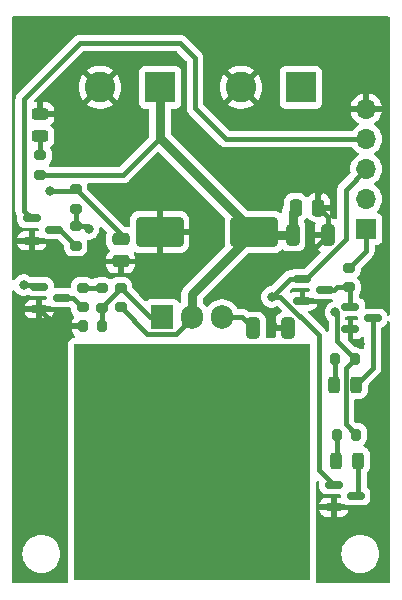
<source format=gbr>
%TF.GenerationSoftware,KiCad,Pcbnew,7.0.1*%
%TF.CreationDate,2023-06-22T21:15:45-04:00*%
%TF.ProjectId,lnbf-psu,6c6e6266-2d70-4737-952e-6b696361645f,1*%
%TF.SameCoordinates,Original*%
%TF.FileFunction,Copper,L1,Top*%
%TF.FilePolarity,Positive*%
%FSLAX46Y46*%
G04 Gerber Fmt 4.6, Leading zero omitted, Abs format (unit mm)*
G04 Created by KiCad (PCBNEW 7.0.1) date 2023-06-22 21:15:45*
%MOMM*%
%LPD*%
G01*
G04 APERTURE LIST*
G04 Aperture macros list*
%AMRoundRect*
0 Rectangle with rounded corners*
0 $1 Rounding radius*
0 $2 $3 $4 $5 $6 $7 $8 $9 X,Y pos of 4 corners*
0 Add a 4 corners polygon primitive as box body*
4,1,4,$2,$3,$4,$5,$6,$7,$8,$9,$2,$3,0*
0 Add four circle primitives for the rounded corners*
1,1,$1+$1,$2,$3*
1,1,$1+$1,$4,$5*
1,1,$1+$1,$6,$7*
1,1,$1+$1,$8,$9*
0 Add four rect primitives between the rounded corners*
20,1,$1+$1,$2,$3,$4,$5,0*
20,1,$1+$1,$4,$5,$6,$7,0*
20,1,$1+$1,$6,$7,$8,$9,0*
20,1,$1+$1,$8,$9,$2,$3,0*%
G04 Aperture macros list end*
%TA.AperFunction,SMDPad,CuDef*%
%ADD10RoundRect,0.243750X-0.456250X0.243750X-0.456250X-0.243750X0.456250X-0.243750X0.456250X0.243750X0*%
%TD*%
%TA.AperFunction,ComponentPad*%
%ADD11R,1.700000X1.700000*%
%TD*%
%TA.AperFunction,ComponentPad*%
%ADD12O,1.700000X1.700000*%
%TD*%
%TA.AperFunction,SMDPad,CuDef*%
%ADD13RoundRect,0.150000X-0.587500X-0.150000X0.587500X-0.150000X0.587500X0.150000X-0.587500X0.150000X0*%
%TD*%
%TA.AperFunction,SMDPad,CuDef*%
%ADD14RoundRect,0.200000X-0.275000X0.200000X-0.275000X-0.200000X0.275000X-0.200000X0.275000X0.200000X0*%
%TD*%
%TA.AperFunction,ComponentPad*%
%ADD15C,0.800000*%
%TD*%
%TA.AperFunction,SMDPad,CuDef*%
%ADD16R,20.000000X20.000000*%
%TD*%
%TA.AperFunction,SMDPad,CuDef*%
%ADD17RoundRect,0.200000X0.275000X-0.200000X0.275000X0.200000X-0.275000X0.200000X-0.275000X-0.200000X0*%
%TD*%
%TA.AperFunction,ComponentPad*%
%ADD18R,2.600000X2.600000*%
%TD*%
%TA.AperFunction,ComponentPad*%
%ADD19C,2.600000*%
%TD*%
%TA.AperFunction,SMDPad,CuDef*%
%ADD20RoundRect,0.250000X-0.325000X-0.650000X0.325000X-0.650000X0.325000X0.650000X-0.325000X0.650000X0*%
%TD*%
%TA.AperFunction,SMDPad,CuDef*%
%ADD21RoundRect,0.250000X1.750000X1.000000X-1.750000X1.000000X-1.750000X-1.000000X1.750000X-1.000000X0*%
%TD*%
%TA.AperFunction,SMDPad,CuDef*%
%ADD22RoundRect,0.200000X0.200000X0.275000X-0.200000X0.275000X-0.200000X-0.275000X0.200000X-0.275000X0*%
%TD*%
%TA.AperFunction,SMDPad,CuDef*%
%ADD23RoundRect,0.243750X0.243750X0.456250X-0.243750X0.456250X-0.243750X-0.456250X0.243750X-0.456250X0*%
%TD*%
%TA.AperFunction,SMDPad,CuDef*%
%ADD24RoundRect,0.250000X-0.475000X0.250000X-0.475000X-0.250000X0.475000X-0.250000X0.475000X0.250000X0*%
%TD*%
%TA.AperFunction,SMDPad,CuDef*%
%ADD25RoundRect,0.250000X-0.250000X-0.475000X0.250000X-0.475000X0.250000X0.475000X-0.250000X0.475000X0*%
%TD*%
%TA.AperFunction,ComponentPad*%
%ADD26R,1.905000X2.000000*%
%TD*%
%TA.AperFunction,ComponentPad*%
%ADD27O,1.905000X2.000000*%
%TD*%
%TA.AperFunction,ViaPad*%
%ADD28C,0.800000*%
%TD*%
%TA.AperFunction,Conductor*%
%ADD29C,0.400000*%
%TD*%
%TA.AperFunction,Conductor*%
%ADD30C,0.800000*%
%TD*%
G04 APERTURE END LIST*
D10*
%TO.P,D1,1,K*%
%TO.N,GND*%
X145400000Y-100262500D03*
%TO.P,D1,2,A*%
%TO.N,Net-(D1-A)*%
X145400000Y-102137500D03*
%TD*%
D11*
%TO.P,J3,1,Pin_1*%
%TO.N,+5V*%
X173000000Y-110000000D03*
D12*
%TO.P,J3,2,Pin_2*%
%TO.N,unconnected-(J3-Pin_2-Pad2)*%
X173000000Y-107460000D03*
%TO.P,J3,3,Pin_3*%
%TO.N,Net-(J3-Pin_3)*%
X173000000Y-104920000D03*
%TO.P,J3,4,Pin_4*%
%TO.N,Net-(J3-Pin_4)*%
X173000000Y-102380000D03*
%TO.P,J3,5,Pin_5*%
%TO.N,GND*%
X173000000Y-99840000D03*
%TD*%
D13*
%TO.P,Q5,1,G*%
%TO.N,Net-(J3-Pin_3)*%
X167600000Y-114200000D03*
%TO.P,Q5,2,S*%
%TO.N,GND*%
X167600000Y-116100000D03*
%TO.P,Q5,3,D*%
%TO.N,Net-(Q5-D)*%
X169475000Y-115150000D03*
%TD*%
D14*
%TO.P,R5,1*%
%TO.N,Net-(Q2-G)*%
X148400000Y-109750000D03*
%TO.P,R5,2*%
%TO.N,Net-(Q3-D)*%
X148400000Y-111400000D03*
%TD*%
D15*
%TO.P,HS1,1*%
%TO.N,unconnected-(HS1-Pad1)*%
X150250000Y-137750000D03*
X152250000Y-137750000D03*
X154250000Y-137750000D03*
X156250000Y-137750000D03*
X158250000Y-137750000D03*
X160250000Y-137750000D03*
X162250000Y-137750000D03*
X164250000Y-137750000D03*
X166250000Y-137750000D03*
X150250000Y-135750000D03*
X152250000Y-135750000D03*
X154250000Y-135750000D03*
X162250000Y-135750000D03*
X164250000Y-135750000D03*
X166250000Y-135750000D03*
X150250000Y-133750000D03*
X152250000Y-133750000D03*
X154250000Y-133750000D03*
X162250000Y-133750000D03*
X164250000Y-133750000D03*
X166250000Y-133750000D03*
X150250000Y-131750000D03*
X152250000Y-131750000D03*
X154250000Y-131750000D03*
X162250000Y-131750000D03*
X164250000Y-131750000D03*
X166250000Y-131750000D03*
X150250000Y-129750000D03*
X152250000Y-129750000D03*
X154250000Y-129750000D03*
X156250000Y-129750000D03*
X158250000Y-129750000D03*
D16*
X158250000Y-129750000D03*
D15*
X160250000Y-129750000D03*
X162250000Y-129750000D03*
X164250000Y-129750000D03*
X166250000Y-129750000D03*
X150250000Y-127750000D03*
X152250000Y-127750000D03*
X154250000Y-127750000D03*
X156250000Y-127750000D03*
X158250000Y-127750000D03*
X160250000Y-127750000D03*
X162250000Y-127750000D03*
X164250000Y-127750000D03*
X166250000Y-127750000D03*
X150250000Y-125750000D03*
X152250000Y-125750000D03*
X154250000Y-125750000D03*
X156250000Y-125750000D03*
X158250000Y-125750000D03*
X160250000Y-125750000D03*
X162250000Y-125750000D03*
X164250000Y-125750000D03*
X166250000Y-125750000D03*
%TD*%
D17*
%TO.P,R3,1*%
%TO.N,Net-(U1-ADJ)*%
X150600000Y-116650000D03*
%TO.P,R3,2*%
%TO.N,Net-(R2-Pad1)*%
X150600000Y-115000000D03*
%TD*%
D14*
%TO.P,R7,1*%
%TO.N,Net-(Q2-D)*%
X148400000Y-106650000D03*
%TO.P,R7,2*%
%TO.N,Net-(Q2-G)*%
X148400000Y-108300000D03*
%TD*%
D18*
%TO.P,J1,1,Pin_1*%
%TO.N,Net-(J1-Pin_1)*%
X167465000Y-98000000D03*
D19*
%TO.P,J1,2,Pin_2*%
%TO.N,GND*%
X162385000Y-98000000D03*
%TD*%
D13*
%TO.P,Q4,1,G*%
%TO.N,Net-(J3-Pin_3)*%
X170237500Y-131650000D03*
%TO.P,Q4,2,S*%
%TO.N,GND*%
X170237500Y-133550000D03*
%TO.P,Q4,3,D*%
%TO.N,Net-(D2-K)*%
X172112500Y-132600000D03*
%TD*%
D14*
%TO.P,R9,1*%
%TO.N,+5V*%
X171537500Y-113300000D03*
%TO.P,R9,2*%
%TO.N,Net-(Q5-D)*%
X171537500Y-114950000D03*
%TD*%
D20*
%TO.P,C4,1*%
%TO.N,Net-(J2-Pin_1)*%
X166775000Y-110500000D03*
%TO.P,C4,2*%
%TO.N,GND*%
X169725000Y-110500000D03*
%TD*%
D21*
%TO.P,C5,1*%
%TO.N,Net-(J2-Pin_1)*%
X163500000Y-110250000D03*
%TO.P,C5,2*%
%TO.N,GND*%
X155500000Y-110250000D03*
%TD*%
D14*
%TO.P,R2,1*%
%TO.N,Net-(R2-Pad1)*%
X149000000Y-114975000D03*
%TO.P,R2,2*%
%TO.N,Net-(Q1-D)*%
X149000000Y-116625000D03*
%TD*%
D22*
%TO.P,R11,1*%
%TO.N,+5V*%
X172025000Y-121000000D03*
%TO.P,R11,2*%
%TO.N,Net-(D3-A)*%
X170375000Y-121000000D03*
%TD*%
%TO.P,R8,1*%
%TO.N,+5V*%
X172137500Y-127400000D03*
%TO.P,R8,2*%
%TO.N,Net-(D2-A)*%
X170487500Y-127400000D03*
%TD*%
D13*
%TO.P,Q3,1,G*%
%TO.N,Net-(J3-Pin_4)*%
X144662500Y-109100000D03*
%TO.P,Q3,2,S*%
%TO.N,GND*%
X144662500Y-111000000D03*
%TO.P,Q3,3,D*%
%TO.N,Net-(Q3-D)*%
X146537500Y-110050000D03*
%TD*%
D23*
%TO.P,D3,1,K*%
%TO.N,Net-(D3-K)*%
X172137500Y-123200000D03*
%TO.P,D3,2,A*%
%TO.N,Net-(D3-A)*%
X170262500Y-123200000D03*
%TD*%
D18*
%TO.P,J2,1,Pin_1*%
%TO.N,Net-(J2-Pin_1)*%
X155545000Y-98000000D03*
D19*
%TO.P,J2,2,Pin_2*%
%TO.N,GND*%
X150465000Y-98000000D03*
%TD*%
D23*
%TO.P,D2,1,K*%
%TO.N,Net-(D2-K)*%
X172337500Y-129600000D03*
%TO.P,D2,2,A*%
%TO.N,Net-(D2-A)*%
X170462500Y-129600000D03*
%TD*%
D20*
%TO.P,C2,1*%
%TO.N,Net-(Q2-D)*%
X163450000Y-118400000D03*
%TO.P,C2,2*%
%TO.N,GND*%
X166400000Y-118400000D03*
%TD*%
D13*
%TO.P,Q6,1,G*%
%TO.N,Net-(Q5-D)*%
X171662500Y-116600000D03*
%TO.P,Q6,2,S*%
%TO.N,GND*%
X171662500Y-118500000D03*
%TO.P,Q6,3,D*%
%TO.N,Net-(D3-K)*%
X173537500Y-117550000D03*
%TD*%
D22*
%TO.P,R1,1*%
%TO.N,Net-(U1-ADJ)*%
X150625000Y-118225000D03*
%TO.P,R1,2*%
%TO.N,GND*%
X148975000Y-118225000D03*
%TD*%
D13*
%TO.P,Q1,1,G*%
%TO.N,Net-(J3-Pin_3)*%
X145325000Y-114875000D03*
%TO.P,Q1,2,S*%
%TO.N,GND*%
X145325000Y-116775000D03*
%TO.P,Q1,3,D*%
%TO.N,Net-(Q1-D)*%
X147200000Y-115825000D03*
%TD*%
D17*
%TO.P,R6,1*%
%TO.N,Net-(J2-Pin_1)*%
X145400000Y-105425000D03*
%TO.P,R6,2*%
%TO.N,Net-(D1-A)*%
X145400000Y-103775000D03*
%TD*%
D24*
%TO.P,C1,1*%
%TO.N,Net-(Q2-D)*%
X152200000Y-110850000D03*
%TO.P,C1,2*%
%TO.N,GND*%
X152200000Y-112750000D03*
%TD*%
D17*
%TO.P,R4,1*%
%TO.N,Net-(J2-Pin_1)*%
X152200000Y-116625000D03*
%TO.P,R4,2*%
%TO.N,Net-(U1-ADJ)*%
X152200000Y-114975000D03*
%TD*%
D25*
%TO.P,C3,1*%
%TO.N,Net-(J2-Pin_1)*%
X167050000Y-108200000D03*
%TO.P,C3,2*%
%TO.N,GND*%
X168950000Y-108200000D03*
%TD*%
D26*
%TO.P,U1,1,ADJ*%
%TO.N,Net-(U1-ADJ)*%
X155710000Y-117450000D03*
D27*
%TO.P,U1,2,VO*%
%TO.N,Net-(J2-Pin_1)*%
X158250000Y-117450000D03*
%TO.P,U1,3,VI*%
%TO.N,Net-(Q2-D)*%
X160790000Y-117450000D03*
%TD*%
D28*
%TO.N,Net-(Q2-D)*%
X146250000Y-106750000D03*
%TO.N,GND*%
X145000000Y-95000000D03*
X145000000Y-124000000D03*
X147000000Y-130000000D03*
X171000000Y-99000000D03*
X174200000Y-122800000D03*
X165100000Y-118200000D03*
X145000000Y-130000000D03*
X169000000Y-117000000D03*
X173000000Y-97000000D03*
X171000000Y-95000000D03*
X162000000Y-106000000D03*
X171000000Y-97000000D03*
X145000000Y-93000000D03*
X172500000Y-119750000D03*
X165600000Y-113200000D03*
X173000000Y-93000000D03*
X151000000Y-102000000D03*
X166000000Y-106000000D03*
X151000000Y-104000000D03*
X166000000Y-104000000D03*
X170000000Y-104000000D03*
X147000000Y-128000000D03*
X147000000Y-126000000D03*
X153000000Y-102000000D03*
X145000000Y-128000000D03*
X168000000Y-104000000D03*
X145000000Y-126000000D03*
X173000000Y-95000000D03*
X170000000Y-106000000D03*
X168000000Y-106000000D03*
X164000000Y-108000000D03*
X149000000Y-102000000D03*
X149000000Y-104000000D03*
X164000000Y-106000000D03*
X147000000Y-124000000D03*
X164000000Y-104000000D03*
%TO.N,+5V*%
X170387655Y-117048846D03*
%TO.N,Net-(J3-Pin_3)*%
X165000000Y-115750000D03*
X144000000Y-114750000D03*
%TO.N,Net-(Q2-G)*%
X149500000Y-110000000D03*
%TD*%
D29*
%TO.N,Net-(Q2-D)*%
X162500000Y-117450000D02*
X163450000Y-118400000D01*
X160790000Y-117450000D02*
X162500000Y-117450000D01*
X148300000Y-106750000D02*
X148400000Y-106650000D01*
X146250000Y-106750000D02*
X148300000Y-106750000D01*
X152200000Y-110450000D02*
X148400000Y-106650000D01*
X152200000Y-110850000D02*
X152200000Y-110450000D01*
%TO.N,GND*%
X145400000Y-100262500D02*
X148202500Y-100262500D01*
X168950000Y-107050000D02*
X170000000Y-106000000D01*
X169725000Y-110500000D02*
X169725000Y-109025000D01*
X167800000Y-112400000D02*
X166400000Y-112400000D01*
X168950000Y-108250000D02*
X168950000Y-107050000D01*
X166400000Y-118400000D02*
X165300000Y-118400000D01*
X169725000Y-110500000D02*
X167825000Y-112400000D01*
X146775000Y-118225000D02*
X145325000Y-116775000D01*
X169725000Y-109025000D02*
X168950000Y-108250000D01*
X148202500Y-100262500D02*
X150465000Y-98000000D01*
X165300000Y-118400000D02*
X165100000Y-118200000D01*
X167825000Y-112400000D02*
X167800000Y-112400000D01*
X148975000Y-118225000D02*
X146775000Y-118225000D01*
X166400000Y-112400000D02*
X165600000Y-113200000D01*
D30*
%TO.N,Net-(J2-Pin_1)*%
X158250000Y-115500000D02*
X163500000Y-110250000D01*
D29*
X152200000Y-116625000D02*
X154425000Y-118850000D01*
D30*
X163750000Y-110500000D02*
X163500000Y-110250000D01*
X166775000Y-110500000D02*
X163750000Y-110500000D01*
X155545000Y-98000000D02*
X155545000Y-102295000D01*
X158250000Y-117450000D02*
X158250000Y-115500000D01*
D29*
X154425000Y-118850000D02*
X156850000Y-118850000D01*
X152415000Y-105425000D02*
X155545000Y-102295000D01*
X156850000Y-118850000D02*
X158250000Y-117450000D01*
D30*
X166775000Y-110500000D02*
X166775000Y-108525000D01*
X166775000Y-108525000D02*
X167050000Y-108250000D01*
D29*
X145400000Y-105425000D02*
X152415000Y-105425000D01*
D30*
X155545000Y-102295000D02*
X163500000Y-110250000D01*
D29*
%TO.N,Net-(D1-A)*%
X145400000Y-103775000D02*
X145400000Y-102137500D01*
%TO.N,Net-(D2-K)*%
X172337500Y-132375000D02*
X172112500Y-132600000D01*
X172337500Y-129600000D02*
X172337500Y-132375000D01*
%TO.N,Net-(D2-A)*%
X170487500Y-127400000D02*
X170487500Y-129575000D01*
X170487500Y-129575000D02*
X170462500Y-129600000D01*
%TO.N,Net-(D3-K)*%
X173537500Y-121800000D02*
X173537500Y-117550000D01*
X172137500Y-123200000D02*
X173537500Y-121800000D01*
%TO.N,Net-(D3-A)*%
X170375000Y-123087500D02*
X170262500Y-123200000D01*
X170375000Y-121000000D02*
X170375000Y-123087500D01*
%TO.N,+5V*%
X173000000Y-110000000D02*
X173000000Y-111837500D01*
X172137500Y-127400000D02*
X171250000Y-126512500D01*
X170525000Y-117186191D02*
X170387655Y-117048846D01*
X170525000Y-119500000D02*
X170525000Y-117186191D01*
X171250000Y-121775000D02*
X172025000Y-121000000D01*
X173000000Y-111837500D02*
X171537500Y-113300000D01*
X172025000Y-121000000D02*
X170525000Y-119500000D01*
X171250000Y-126512500D02*
X171250000Y-121775000D01*
%TO.N,Net-(J3-Pin_3)*%
X167919239Y-114200000D02*
X171250000Y-110869239D01*
X171250000Y-106670000D02*
X173000000Y-104920000D01*
X169000000Y-119015317D02*
X165734683Y-115750000D01*
X167600000Y-114200000D02*
X167919239Y-114200000D01*
X166550000Y-114200000D02*
X165000000Y-115750000D01*
X144000000Y-114750000D02*
X145200000Y-114750000D01*
X167600000Y-114200000D02*
X166550000Y-114200000D01*
X171250000Y-110869239D02*
X171250000Y-106670000D01*
X145200000Y-114750000D02*
X145325000Y-114875000D01*
X169000000Y-130412500D02*
X169000000Y-119015317D01*
X170237500Y-131650000D02*
X169000000Y-130412500D01*
X165734683Y-115750000D02*
X165000000Y-115750000D01*
%TO.N,Net-(J3-Pin_4)*%
X144000000Y-108437500D02*
X144662500Y-109100000D01*
X161130000Y-102380000D02*
X158500000Y-99750000D01*
X144000000Y-99000000D02*
X144000000Y-108437500D01*
X158500000Y-95500000D02*
X157250000Y-94250000D01*
X158500000Y-99750000D02*
X158500000Y-95500000D01*
X173000000Y-102380000D02*
X161130000Y-102380000D01*
X157250000Y-94250000D02*
X148750000Y-94250000D01*
X148750000Y-94250000D02*
X144000000Y-99000000D01*
%TO.N,Net-(Q1-D)*%
X147200000Y-115825000D02*
X148175000Y-115825000D01*
X148175000Y-115825000D02*
X149000000Y-116650000D01*
%TO.N,Net-(Q2-G)*%
X148400000Y-109750000D02*
X148400000Y-108300000D01*
X148400000Y-109750000D02*
X149250000Y-109750000D01*
X149250000Y-109750000D02*
X149500000Y-110000000D01*
%TO.N,Net-(Q3-D)*%
X147050000Y-110050000D02*
X146537500Y-110050000D01*
X148400000Y-111400000D02*
X147050000Y-110050000D01*
%TO.N,Net-(Q5-D)*%
X171537500Y-114950000D02*
X170500000Y-114950000D01*
X170300000Y-115150000D02*
X170500000Y-114950000D01*
X171662500Y-115075000D02*
X171537500Y-114950000D01*
X171662500Y-116600000D02*
X171662500Y-115075000D01*
X169475000Y-115150000D02*
X170300000Y-115150000D01*
%TO.N,Net-(U1-ADJ)*%
X150600000Y-116575000D02*
X152200000Y-114975000D01*
X150600000Y-116650000D02*
X150600000Y-116575000D01*
X154675000Y-117450000D02*
X152200000Y-114975000D01*
X155710000Y-117450000D02*
X154675000Y-117450000D01*
X150600000Y-116650000D02*
X150600000Y-118200000D01*
X150600000Y-118200000D02*
X150625000Y-118225000D01*
%TO.N,Net-(R2-Pad1)*%
X150600000Y-115000000D02*
X149000000Y-115000000D01*
%TD*%
%TA.AperFunction,Conductor*%
%TO.N,GND*%
G36*
X174947331Y-117791760D02*
G01*
X174985689Y-117835963D01*
X174999500Y-117892836D01*
X174999500Y-139875500D01*
X174982887Y-139937500D01*
X174937500Y-139982887D01*
X174875500Y-139999500D01*
X168866869Y-139999500D01*
X168801076Y-139980606D01*
X168755333Y-139929681D01*
X168743579Y-139862245D01*
X168744091Y-139857483D01*
X168750500Y-139797873D01*
X168750500Y-137499999D01*
X170894551Y-137499999D01*
X170914317Y-137751149D01*
X170973126Y-137996110D01*
X171021330Y-138112484D01*
X171069534Y-138228859D01*
X171201164Y-138443659D01*
X171364776Y-138635224D01*
X171556341Y-138798836D01*
X171771141Y-138930466D01*
X172003889Y-139026873D01*
X172248852Y-139085683D01*
X172437118Y-139100500D01*
X172562879Y-139100500D01*
X172562882Y-139100500D01*
X172751148Y-139085683D01*
X172996111Y-139026873D01*
X173228859Y-138930466D01*
X173443659Y-138798836D01*
X173635224Y-138635224D01*
X173798836Y-138443659D01*
X173930466Y-138228859D01*
X174026873Y-137996111D01*
X174085683Y-137751148D01*
X174105449Y-137500000D01*
X174085683Y-137248852D01*
X174026873Y-137003889D01*
X173930466Y-136771141D01*
X173798836Y-136556341D01*
X173635224Y-136364776D01*
X173443659Y-136201164D01*
X173228859Y-136069534D01*
X173112484Y-136021330D01*
X172996110Y-135973126D01*
X172751149Y-135914317D01*
X172704081Y-135910612D01*
X172562882Y-135899500D01*
X172437118Y-135899500D01*
X172324158Y-135908390D01*
X172248850Y-135914317D01*
X172003889Y-135973126D01*
X171771139Y-136069535D01*
X171556342Y-136201163D01*
X171364776Y-136364776D01*
X171201163Y-136556342D01*
X171069535Y-136771139D01*
X170973126Y-137003889D01*
X170914317Y-137248850D01*
X170894551Y-137499999D01*
X168750500Y-137499999D01*
X168750499Y-133800000D01*
X169002704Y-133800000D01*
X169002900Y-133802488D01*
X169048719Y-133960200D01*
X169132317Y-134101557D01*
X169248442Y-134217682D01*
X169389802Y-134301282D01*
X169547506Y-134347099D01*
X169584361Y-134350000D01*
X169987500Y-134350000D01*
X169987500Y-133800000D01*
X170487500Y-133800000D01*
X170487500Y-134350000D01*
X170890639Y-134350000D01*
X170927493Y-134347099D01*
X171085197Y-134301282D01*
X171226557Y-134217682D01*
X171342682Y-134101557D01*
X171426280Y-133960200D01*
X171472099Y-133802488D01*
X171472295Y-133800000D01*
X170487500Y-133800000D01*
X169987500Y-133800000D01*
X169002704Y-133800000D01*
X168750499Y-133800000D01*
X168750499Y-133299999D01*
X169002704Y-133299999D01*
X169002705Y-133300000D01*
X169987500Y-133300000D01*
X169987500Y-132750000D01*
X169584361Y-132750000D01*
X169547506Y-132752900D01*
X169389802Y-132798717D01*
X169248442Y-132882317D01*
X169132317Y-132998442D01*
X169048719Y-133139799D01*
X169002900Y-133297511D01*
X169002704Y-133299999D01*
X168750499Y-133299999D01*
X168750499Y-131453017D01*
X168764014Y-131396723D01*
X168801614Y-131352700D01*
X168855101Y-131330545D01*
X168912817Y-131335087D01*
X168962180Y-131365337D01*
X168963181Y-131366338D01*
X168990061Y-131406566D01*
X168999500Y-131454019D01*
X168999500Y-131865692D01*
X169002402Y-131902572D01*
X169048255Y-132060397D01*
X169048256Y-132060398D01*
X169131919Y-132201865D01*
X169248135Y-132318081D01*
X169360116Y-132384306D01*
X169389602Y-132401744D01*
X169547427Y-132447597D01*
X169547431Y-132447598D01*
X169584306Y-132450500D01*
X170750500Y-132450500D01*
X170812500Y-132467113D01*
X170857887Y-132512500D01*
X170874500Y-132574500D01*
X170874500Y-132626000D01*
X170857887Y-132688000D01*
X170812500Y-132733387D01*
X170750500Y-132750000D01*
X170487500Y-132750000D01*
X170487500Y-133300000D01*
X171143185Y-133300000D01*
X171206306Y-133317268D01*
X171264602Y-133351744D01*
X171422427Y-133397597D01*
X171422431Y-133397598D01*
X171459306Y-133400500D01*
X172765692Y-133400500D01*
X172765694Y-133400500D01*
X172802569Y-133397598D01*
X172960398Y-133351744D01*
X173101865Y-133268081D01*
X173218081Y-133151865D01*
X173301744Y-133010398D01*
X173347598Y-132852569D01*
X173350500Y-132815694D01*
X173350500Y-132384306D01*
X173347598Y-132347431D01*
X173301744Y-132189602D01*
X173218081Y-132048135D01*
X173101865Y-131931919D01*
X173101865Y-131931918D01*
X173101863Y-131931917D01*
X173098878Y-131930152D01*
X173054289Y-131884857D01*
X173038000Y-131823421D01*
X173038000Y-130703391D01*
X173047439Y-130655938D01*
X173074316Y-130615712D01*
X173169026Y-130521003D01*
X173260362Y-130372925D01*
X173315087Y-130207775D01*
X173325500Y-130105848D01*
X173325500Y-129094152D01*
X173315087Y-128992225D01*
X173260362Y-128827075D01*
X173169026Y-128678997D01*
X173169025Y-128678996D01*
X173169024Y-128678994D01*
X173046005Y-128555975D01*
X172971963Y-128510305D01*
X172897925Y-128464638D01*
X172897924Y-128464637D01*
X172897923Y-128464637D01*
X172818802Y-128438419D01*
X172766383Y-128404486D01*
X172737148Y-128349309D01*
X172738511Y-128286880D01*
X172770125Y-128233031D01*
X172772682Y-128230473D01*
X172772685Y-128230472D01*
X172892972Y-128110185D01*
X172980978Y-127964606D01*
X173031586Y-127802196D01*
X173038000Y-127731616D01*
X173038000Y-127068384D01*
X173031586Y-126997804D01*
X172980978Y-126835394D01*
X172892972Y-126689815D01*
X172892971Y-126689813D01*
X172772686Y-126569528D01*
X172664264Y-126503985D01*
X172627106Y-126481522D01*
X172464696Y-126430914D01*
X172464693Y-126430913D01*
X172394117Y-126424500D01*
X172394116Y-126424500D01*
X172204019Y-126424500D01*
X172156566Y-126415061D01*
X172116338Y-126388181D01*
X171986819Y-126258662D01*
X171959939Y-126218434D01*
X171950500Y-126170981D01*
X171950500Y-124524500D01*
X171967113Y-124462500D01*
X172012500Y-124417113D01*
X172074500Y-124400500D01*
X172430848Y-124400500D01*
X172532775Y-124390087D01*
X172551135Y-124384003D01*
X172697925Y-124335362D01*
X172846003Y-124244026D01*
X172969026Y-124121003D01*
X173060362Y-123972925D01*
X173115087Y-123807775D01*
X173125500Y-123705848D01*
X173125500Y-123254019D01*
X173134939Y-123206566D01*
X173161819Y-123166338D01*
X173195098Y-123133058D01*
X174015231Y-122312924D01*
X174020650Y-122307823D01*
X174065683Y-122267929D01*
X174099855Y-122218420D01*
X174104275Y-122212413D01*
X174141378Y-122165057D01*
X174145535Y-122155819D01*
X174156560Y-122136270D01*
X174162318Y-122127930D01*
X174183652Y-122071673D01*
X174186496Y-122064808D01*
X174211195Y-122009932D01*
X174213022Y-121999958D01*
X174219052Y-121978331D01*
X174222559Y-121969086D01*
X174222640Y-121968872D01*
X174229887Y-121909181D01*
X174231014Y-121901778D01*
X174241858Y-121842606D01*
X174238226Y-121782566D01*
X174238000Y-121775079D01*
X174238000Y-118437669D01*
X174249255Y-118386050D01*
X174280976Y-118343802D01*
X174327405Y-118318593D01*
X174364259Y-118307885D01*
X174385398Y-118301744D01*
X174526865Y-118218081D01*
X174643081Y-118101865D01*
X174726744Y-117960398D01*
X174756424Y-117858241D01*
X174785554Y-117807480D01*
X174834721Y-117775733D01*
X174892972Y-117770073D01*
X174947331Y-117791760D01*
G37*
%TD.AperFunction*%
%TA.AperFunction,Conductor*%
G36*
X143186500Y-115175203D02*
G01*
X143231887Y-115220590D01*
X143267466Y-115282216D01*
X143394129Y-115422889D01*
X143547269Y-115534151D01*
X143720197Y-115611144D01*
X143905352Y-115650500D01*
X143905354Y-115650500D01*
X144094646Y-115650500D01*
X144094648Y-115650500D01*
X144218083Y-115624262D01*
X144279803Y-115611144D01*
X144318843Y-115593761D01*
X144376416Y-115583246D01*
X144432401Y-115600308D01*
X144477102Y-115626744D01*
X144634927Y-115672597D01*
X144634931Y-115672598D01*
X144671806Y-115675500D01*
X145838000Y-115675500D01*
X145900000Y-115692113D01*
X145945387Y-115737500D01*
X145962000Y-115799500D01*
X145962000Y-115851000D01*
X145945387Y-115913000D01*
X145900000Y-115958387D01*
X145838000Y-115975000D01*
X145575000Y-115975000D01*
X145575000Y-116525000D01*
X146230685Y-116525000D01*
X146293806Y-116542268D01*
X146352102Y-116576744D01*
X146509927Y-116622597D01*
X146509931Y-116622598D01*
X146546806Y-116625500D01*
X147853194Y-116625500D01*
X147890773Y-116622543D01*
X147956796Y-116635677D01*
X148006228Y-116681372D01*
X148024500Y-116746161D01*
X148024500Y-116881617D01*
X148030913Y-116952193D01*
X148030914Y-116952196D01*
X148081522Y-117114606D01*
X148081523Y-117114607D01*
X148169528Y-117260186D01*
X148234514Y-117325172D01*
X148266607Y-117380758D01*
X148266609Y-117444943D01*
X148234518Y-117500531D01*
X148219925Y-117515124D01*
X148131980Y-117660603D01*
X148081409Y-117822893D01*
X148075000Y-117893424D01*
X148075000Y-117975000D01*
X149101000Y-117975000D01*
X149163000Y-117991613D01*
X149208387Y-118037000D01*
X149225000Y-118099000D01*
X149225000Y-118351000D01*
X149208387Y-118413000D01*
X149163000Y-118458387D01*
X149101000Y-118475000D01*
X148075001Y-118475000D01*
X148075001Y-118556579D01*
X148081408Y-118627104D01*
X148131981Y-118789397D01*
X148219925Y-118934875D01*
X148322869Y-119037819D01*
X148353119Y-119087181D01*
X148357662Y-119144897D01*
X148335507Y-119198384D01*
X148291485Y-119235984D01*
X148235191Y-119249500D01*
X148202131Y-119249500D01*
X148142515Y-119255909D01*
X148007669Y-119306204D01*
X147892454Y-119392454D01*
X147806204Y-119507668D01*
X147769729Y-119605462D01*
X147755909Y-119642517D01*
X147753076Y-119668872D01*
X147749500Y-119702130D01*
X147749500Y-139797870D01*
X147756421Y-139862247D01*
X147744667Y-139929683D01*
X147698924Y-139980606D01*
X147633131Y-139999500D01*
X143124500Y-139999500D01*
X143062500Y-139982887D01*
X143017113Y-139937500D01*
X143000500Y-139875500D01*
X143000500Y-137499999D01*
X143894551Y-137499999D01*
X143914317Y-137751149D01*
X143973126Y-137996110D01*
X144021330Y-138112484D01*
X144069534Y-138228859D01*
X144201164Y-138443659D01*
X144364776Y-138635224D01*
X144556341Y-138798836D01*
X144771141Y-138930466D01*
X145003889Y-139026873D01*
X145248852Y-139085683D01*
X145437118Y-139100500D01*
X145562879Y-139100500D01*
X145562882Y-139100500D01*
X145751148Y-139085683D01*
X145996111Y-139026873D01*
X146228859Y-138930466D01*
X146443659Y-138798836D01*
X146635224Y-138635224D01*
X146798836Y-138443659D01*
X146930466Y-138228859D01*
X147026873Y-137996111D01*
X147085683Y-137751148D01*
X147105449Y-137500000D01*
X147085683Y-137248852D01*
X147026873Y-137003889D01*
X146930466Y-136771141D01*
X146798836Y-136556341D01*
X146635224Y-136364776D01*
X146443659Y-136201164D01*
X146228859Y-136069534D01*
X146112484Y-136021330D01*
X145996110Y-135973126D01*
X145751149Y-135914317D01*
X145704081Y-135910612D01*
X145562882Y-135899500D01*
X145437118Y-135899500D01*
X145324158Y-135908390D01*
X145248850Y-135914317D01*
X145003889Y-135973126D01*
X144771139Y-136069535D01*
X144556342Y-136201163D01*
X144364776Y-136364776D01*
X144201163Y-136556342D01*
X144069535Y-136771139D01*
X143973126Y-137003889D01*
X143914317Y-137248850D01*
X143894551Y-137499999D01*
X143000500Y-137499999D01*
X143000500Y-117025000D01*
X144090204Y-117025000D01*
X144090400Y-117027488D01*
X144136219Y-117185200D01*
X144219817Y-117326557D01*
X144335942Y-117442682D01*
X144477302Y-117526282D01*
X144635006Y-117572099D01*
X144671861Y-117575000D01*
X145075000Y-117575000D01*
X145075000Y-117025000D01*
X145575000Y-117025000D01*
X145575000Y-117575000D01*
X145978139Y-117575000D01*
X146014993Y-117572099D01*
X146172697Y-117526282D01*
X146314057Y-117442682D01*
X146430182Y-117326557D01*
X146513780Y-117185200D01*
X146559599Y-117027488D01*
X146559795Y-117025000D01*
X145575000Y-117025000D01*
X145075000Y-117025000D01*
X144090204Y-117025000D01*
X143000500Y-117025000D01*
X143000500Y-116524999D01*
X144090204Y-116524999D01*
X144090205Y-116525000D01*
X145075000Y-116525000D01*
X145075000Y-115975000D01*
X144671861Y-115975000D01*
X144635006Y-115977900D01*
X144477302Y-116023717D01*
X144335942Y-116107317D01*
X144219817Y-116223442D01*
X144136219Y-116364799D01*
X144090400Y-116522511D01*
X144090204Y-116524999D01*
X143000500Y-116524999D01*
X143000500Y-115282590D01*
X143017113Y-115220590D01*
X143062500Y-115175203D01*
X143124500Y-115158590D01*
X143186500Y-115175203D01*
G37*
%TD.AperFunction*%
%TA.AperFunction,Conductor*%
G36*
X172237500Y-117417113D02*
G01*
X172282887Y-117462500D01*
X172299500Y-117524500D01*
X172299500Y-117576000D01*
X172282887Y-117638000D01*
X172237500Y-117683387D01*
X172175500Y-117700000D01*
X171912500Y-117700000D01*
X171912500Y-119300000D01*
X172315639Y-119300000D01*
X172352493Y-119297099D01*
X172510197Y-119251282D01*
X172649879Y-119168675D01*
X172712026Y-119151411D01*
X172774437Y-119167697D01*
X172820224Y-119213126D01*
X172837000Y-119275407D01*
X172837000Y-120056559D01*
X172820074Y-120119099D01*
X172773915Y-120164565D01*
X172711127Y-120180545D01*
X172648850Y-120162676D01*
X172514606Y-120081522D01*
X172352196Y-120030914D01*
X172352193Y-120030913D01*
X172281617Y-120024500D01*
X172281616Y-120024500D01*
X172091519Y-120024500D01*
X172044066Y-120015061D01*
X172003838Y-119988181D01*
X171448819Y-119433162D01*
X171421939Y-119392934D01*
X171412500Y-119345481D01*
X171412500Y-117700000D01*
X171349500Y-117700000D01*
X171287500Y-117683387D01*
X171242113Y-117638000D01*
X171225500Y-117576000D01*
X171225500Y-117524500D01*
X171242113Y-117462500D01*
X171287500Y-117417113D01*
X171349500Y-117400500D01*
X172175500Y-117400500D01*
X172237500Y-117417113D01*
G37*
%TD.AperFunction*%
%TA.AperFunction,Conductor*%
G36*
X168060723Y-109097161D02*
G01*
X168105831Y-109140343D01*
X168107682Y-109143344D01*
X168231654Y-109267316D01*
X168380877Y-109359357D01*
X168547303Y-109414506D01*
X168593725Y-109419248D01*
X168645836Y-109436831D01*
X168685217Y-109475221D01*
X168704121Y-109526867D01*
X168698830Y-109581609D01*
X168660493Y-109697301D01*
X168650000Y-109800021D01*
X168650000Y-110250000D01*
X169851000Y-110250000D01*
X169913000Y-110266613D01*
X169958387Y-110312000D01*
X169975000Y-110374000D01*
X169975000Y-110626000D01*
X169958387Y-110688000D01*
X169913000Y-110733387D01*
X169851000Y-110750000D01*
X168650001Y-110750000D01*
X168650001Y-111199979D01*
X168660493Y-111302695D01*
X168715642Y-111469122D01*
X168807683Y-111618345D01*
X168931654Y-111742316D01*
X169079356Y-111833419D01*
X169118840Y-111872332D01*
X169137422Y-111924562D01*
X169131386Y-111979669D01*
X169101941Y-112026639D01*
X167765401Y-113363181D01*
X167725173Y-113390061D01*
X167677720Y-113399500D01*
X166946806Y-113399500D01*
X166934514Y-113400467D01*
X166909927Y-113402402D01*
X166752105Y-113448254D01*
X166752101Y-113448256D01*
X166752102Y-113448256D01*
X166694650Y-113482232D01*
X166631531Y-113499500D01*
X166574921Y-113499500D01*
X166567434Y-113499274D01*
X166507391Y-113495641D01*
X166448226Y-113506483D01*
X166440827Y-113507609D01*
X166381128Y-113514859D01*
X166371648Y-113518454D01*
X166350047Y-113524475D01*
X166340070Y-113526303D01*
X166285219Y-113550989D01*
X166278305Y-113553853D01*
X166222069Y-113575182D01*
X166213725Y-113580941D01*
X166194186Y-113591961D01*
X166184942Y-113596121D01*
X166137597Y-113633213D01*
X166131568Y-113637649D01*
X166082070Y-113671816D01*
X166042183Y-113716838D01*
X166037051Y-113722290D01*
X164937027Y-114822315D01*
X164908514Y-114843607D01*
X164875127Y-114855924D01*
X164720197Y-114888855D01*
X164547269Y-114965848D01*
X164394129Y-115077110D01*
X164267466Y-115217783D01*
X164172820Y-115381715D01*
X164114326Y-115561742D01*
X164094540Y-115750000D01*
X164114326Y-115938257D01*
X164172820Y-116118284D01*
X164267466Y-116282216D01*
X164394129Y-116422889D01*
X164547269Y-116534151D01*
X164720197Y-116611144D01*
X164905352Y-116650500D01*
X164905354Y-116650500D01*
X165094646Y-116650500D01*
X165094648Y-116650500D01*
X165279800Y-116611145D01*
X165279801Y-116611144D01*
X165279803Y-116611144D01*
X165427084Y-116545569D01*
X165475349Y-116534869D01*
X165523965Y-116543879D01*
X165565195Y-116571169D01*
X165841904Y-116847878D01*
X165873518Y-116901726D01*
X165874881Y-116964154D01*
X165845647Y-117019331D01*
X165793229Y-117053264D01*
X165755879Y-117065641D01*
X165606654Y-117157683D01*
X165482683Y-117281654D01*
X165390642Y-117430877D01*
X165335493Y-117597303D01*
X165325000Y-117700021D01*
X165325000Y-118150000D01*
X166526000Y-118150000D01*
X166588000Y-118166613D01*
X166633387Y-118212000D01*
X166650000Y-118274000D01*
X166650000Y-118526000D01*
X166633387Y-118588000D01*
X166588000Y-118633387D01*
X166526000Y-118650000D01*
X165325001Y-118650000D01*
X165325001Y-119099977D01*
X165326321Y-119112898D01*
X165314308Y-119180074D01*
X165268571Y-119230722D01*
X165202963Y-119249500D01*
X164647541Y-119249500D01*
X164581933Y-119230721D01*
X164536196Y-119180073D01*
X164524183Y-119112896D01*
X164525500Y-119100009D01*
X164525499Y-117699992D01*
X164514999Y-117597203D01*
X164459814Y-117430666D01*
X164394187Y-117324267D01*
X164367711Y-117281342D01*
X164243657Y-117157288D01*
X164094334Y-117065186D01*
X163927797Y-117010000D01*
X163825009Y-116999500D01*
X163092558Y-116999500D01*
X163041666Y-116988575D01*
X162999742Y-116957726D01*
X162967931Y-116921818D01*
X162918436Y-116887654D01*
X162912405Y-116883216D01*
X162865054Y-116846120D01*
X162855813Y-116841961D01*
X162836273Y-116830941D01*
X162827930Y-116825182D01*
X162827927Y-116825181D01*
X162827926Y-116825180D01*
X162771701Y-116803856D01*
X162764783Y-116800991D01*
X162709929Y-116776303D01*
X162699952Y-116774475D01*
X162678339Y-116768450D01*
X162668873Y-116764860D01*
X162609172Y-116757610D01*
X162601771Y-116756483D01*
X162542607Y-116745641D01*
X162482566Y-116749274D01*
X162475079Y-116749500D01*
X162166097Y-116749500D01*
X162107080Y-116734555D01*
X162062289Y-116693322D01*
X161940553Y-116506993D01*
X161940552Y-116506992D01*
X161940551Y-116506990D01*
X161777463Y-116329829D01*
X161587439Y-116181928D01*
X161375664Y-116067321D01*
X161375660Y-116067319D01*
X161375659Y-116067319D01*
X161147915Y-115989134D01*
X160910399Y-115949500D01*
X160669601Y-115949500D01*
X160432084Y-115989134D01*
X160204340Y-116067319D01*
X160204336Y-116067320D01*
X160204336Y-116067321D01*
X160130430Y-116107317D01*
X159992559Y-116181929D01*
X159802536Y-116329829D01*
X159639448Y-116506991D01*
X159623808Y-116530930D01*
X159579017Y-116572162D01*
X159520000Y-116587107D01*
X159460983Y-116572162D01*
X159416192Y-116530930D01*
X159402648Y-116510200D01*
X159400551Y-116506990D01*
X159237463Y-116329829D01*
X159198338Y-116299376D01*
X159163100Y-116255985D01*
X159150500Y-116201524D01*
X159150500Y-115924361D01*
X159159939Y-115876908D01*
X159186819Y-115836680D01*
X162986680Y-112036818D01*
X163026908Y-112009938D01*
X163074361Y-112000499D01*
X165300009Y-112000499D01*
X165351402Y-111995249D01*
X165402797Y-111989999D01*
X165569334Y-111934814D01*
X165718656Y-111842712D01*
X165812319Y-111749048D01*
X165867905Y-111716955D01*
X165932092Y-111716955D01*
X165967567Y-111737436D01*
X165969007Y-111735103D01*
X165995238Y-111751282D01*
X166130666Y-111834814D01*
X166242017Y-111871712D01*
X166297202Y-111889999D01*
X166307703Y-111891071D01*
X166399991Y-111900500D01*
X167150008Y-111900499D01*
X167252797Y-111889999D01*
X167419334Y-111834814D01*
X167568656Y-111742712D01*
X167692712Y-111618656D01*
X167784814Y-111469334D01*
X167839999Y-111302797D01*
X167850500Y-111200009D01*
X167850499Y-109799992D01*
X167839999Y-109697203D01*
X167784814Y-109530666D01*
X167753917Y-109480573D01*
X167727966Y-109438499D01*
X167709557Y-109377006D01*
X167724362Y-109314548D01*
X167758652Y-109278205D01*
X167758408Y-109277961D01*
X167766842Y-109269526D01*
X167768414Y-109267861D01*
X167768656Y-109267712D01*
X167892712Y-109143656D01*
X167894752Y-109140347D01*
X167939856Y-109097166D01*
X168000289Y-109081440D01*
X168060723Y-109097161D01*
G37*
%TD.AperFunction*%
%TA.AperFunction,Conductor*%
G36*
X166851044Y-114980489D02*
G01*
X166909931Y-114997598D01*
X166946806Y-115000500D01*
X168113000Y-115000500D01*
X168175000Y-115017113D01*
X168220387Y-115062500D01*
X168237000Y-115124500D01*
X168237000Y-115176000D01*
X168220387Y-115238000D01*
X168175000Y-115283387D01*
X168113000Y-115300000D01*
X167850000Y-115300000D01*
X167850000Y-115850000D01*
X168505685Y-115850000D01*
X168568806Y-115867268D01*
X168627102Y-115901744D01*
X168784927Y-115947597D01*
X168784931Y-115947598D01*
X168821806Y-115950500D01*
X168821808Y-115950500D01*
X170057242Y-115950500D01*
X170121477Y-115968435D01*
X170167131Y-116017051D01*
X170180997Y-116082286D01*
X170159065Y-116145268D01*
X170107679Y-116187778D01*
X170076808Y-116201524D01*
X169934920Y-116264696D01*
X169781784Y-116375956D01*
X169655121Y-116516629D01*
X169560475Y-116680561D01*
X169501981Y-116860588D01*
X169487525Y-116998134D01*
X169482195Y-117048846D01*
X169489107Y-117114607D01*
X169501981Y-117237103D01*
X169560475Y-117417130D01*
X169655121Y-117581062D01*
X169790505Y-117731420D01*
X169788448Y-117733271D01*
X169810981Y-117759648D01*
X169824500Y-117815950D01*
X169824500Y-118572526D01*
X169809592Y-118631474D01*
X169768454Y-118676248D01*
X169710976Y-118696083D01*
X169650979Y-118686209D01*
X169602890Y-118649000D01*
X169589159Y-118631474D01*
X169566788Y-118602920D01*
X169562352Y-118596891D01*
X169545534Y-118572526D01*
X169528183Y-118547388D01*
X169483145Y-118507488D01*
X169477707Y-118502368D01*
X168087021Y-117111681D01*
X168056771Y-117062318D01*
X168052229Y-117004602D01*
X168074384Y-116951115D01*
X168118407Y-116913515D01*
X168174702Y-116900000D01*
X168253139Y-116900000D01*
X168289993Y-116897099D01*
X168447697Y-116851282D01*
X168589057Y-116767682D01*
X168705182Y-116651557D01*
X168788780Y-116510200D01*
X168834599Y-116352488D01*
X168834795Y-116350000D01*
X167474000Y-116350000D01*
X167412000Y-116333387D01*
X167366613Y-116288000D01*
X167350000Y-116226000D01*
X167350000Y-115300000D01*
X166946861Y-115300000D01*
X166910006Y-115302900D01*
X166752300Y-115348718D01*
X166715225Y-115370644D01*
X166658594Y-115387742D01*
X166600486Y-115376657D01*
X166554125Y-115339912D01*
X166530065Y-115285870D01*
X166533779Y-115226831D01*
X166564422Y-115176233D01*
X166728772Y-115011883D01*
X166785614Y-114979462D01*
X166851044Y-114980489D01*
G37*
%TD.AperFunction*%
%TA.AperFunction,Conductor*%
G36*
X174937500Y-92017113D02*
G01*
X174982887Y-92062500D01*
X174999500Y-92124500D01*
X174999500Y-117207164D01*
X174985689Y-117264037D01*
X174947331Y-117308240D01*
X174892972Y-117329927D01*
X174834721Y-117324267D01*
X174785554Y-117292520D01*
X174756424Y-117241759D01*
X174726744Y-117139602D01*
X174683004Y-117065641D01*
X174643081Y-116998135D01*
X174526865Y-116881919D01*
X174526353Y-116881616D01*
X174385397Y-116798255D01*
X174227572Y-116752402D01*
X174205444Y-116750660D01*
X174190694Y-116749500D01*
X174190692Y-116749500D01*
X173024500Y-116749500D01*
X172962500Y-116732887D01*
X172917113Y-116687500D01*
X172900500Y-116625500D01*
X172900500Y-116384308D01*
X172899843Y-116375956D01*
X172897598Y-116347431D01*
X172882603Y-116295820D01*
X172851744Y-116189602D01*
X172825525Y-116145268D01*
X172768081Y-116048135D01*
X172651865Y-115931919D01*
X172588640Y-115894528D01*
X172510397Y-115848255D01*
X172452405Y-115831407D01*
X172405976Y-115806198D01*
X172374255Y-115763950D01*
X172363000Y-115712331D01*
X172363000Y-115627978D01*
X172380883Y-115563828D01*
X172398823Y-115534151D01*
X172455978Y-115439606D01*
X172506586Y-115277196D01*
X172513000Y-115206616D01*
X172513000Y-114693384D01*
X172506586Y-114622804D01*
X172455978Y-114460394D01*
X172367972Y-114314815D01*
X172367971Y-114314813D01*
X172265839Y-114212681D01*
X172233745Y-114157094D01*
X172233745Y-114092906D01*
X172265839Y-114037319D01*
X172367971Y-113935186D01*
X172367972Y-113935185D01*
X172455978Y-113789606D01*
X172506586Y-113627196D01*
X172513000Y-113556616D01*
X172513000Y-113366519D01*
X172522439Y-113319066D01*
X172549319Y-113278838D01*
X172778178Y-113049979D01*
X173477731Y-112350424D01*
X173483151Y-112345322D01*
X173528183Y-112305429D01*
X173562358Y-112255916D01*
X173566779Y-112249907D01*
X173603877Y-112202557D01*
X173608033Y-112193320D01*
X173619058Y-112173773D01*
X173624818Y-112165430D01*
X173646154Y-112109168D01*
X173649014Y-112102266D01*
X173661720Y-112074037D01*
X173673694Y-112047432D01*
X173675519Y-112037470D01*
X173681545Y-112015848D01*
X173685140Y-112006372D01*
X173692389Y-111946665D01*
X173693516Y-111939262D01*
X173699303Y-111907683D01*
X173704357Y-111880106D01*
X173700726Y-111820077D01*
X173700500Y-111812590D01*
X173700500Y-111474499D01*
X173717113Y-111412499D01*
X173762500Y-111367112D01*
X173824500Y-111350499D01*
X173897870Y-111350499D01*
X173897872Y-111350499D01*
X173957483Y-111344091D01*
X174092331Y-111293796D01*
X174207546Y-111207546D01*
X174293796Y-111092331D01*
X174344091Y-110957483D01*
X174350500Y-110897873D01*
X174350499Y-109102128D01*
X174344091Y-109042517D01*
X174293796Y-108907669D01*
X174207546Y-108792454D01*
X174092331Y-108706204D01*
X174030898Y-108683291D01*
X173960916Y-108657189D01*
X173910537Y-108622209D01*
X173883084Y-108567365D01*
X173885273Y-108506072D01*
X173916566Y-108453329D01*
X174038495Y-108331401D01*
X174174035Y-108137830D01*
X174273903Y-107923663D01*
X174335063Y-107695408D01*
X174355659Y-107460000D01*
X174335063Y-107224592D01*
X174273903Y-106996337D01*
X174174035Y-106782171D01*
X174038495Y-106588599D01*
X173871401Y-106421505D01*
X173685839Y-106291573D01*
X173646974Y-106247255D01*
X173632964Y-106189999D01*
X173646975Y-106132742D01*
X173685837Y-106088428D01*
X173871401Y-105958495D01*
X174038495Y-105791401D01*
X174174035Y-105597830D01*
X174273903Y-105383663D01*
X174335063Y-105155408D01*
X174355659Y-104920000D01*
X174335063Y-104684592D01*
X174273903Y-104456337D01*
X174174035Y-104242171D01*
X174038495Y-104048599D01*
X173871401Y-103881505D01*
X173685839Y-103751573D01*
X173646976Y-103707257D01*
X173632965Y-103650000D01*
X173646976Y-103592743D01*
X173685839Y-103548426D01*
X173871401Y-103418495D01*
X174038495Y-103251401D01*
X174174035Y-103057830D01*
X174273903Y-102843663D01*
X174335063Y-102615408D01*
X174355659Y-102380000D01*
X174335063Y-102144592D01*
X174273903Y-101916337D01*
X174174035Y-101702171D01*
X174038495Y-101508599D01*
X173871401Y-101341505D01*
X173685402Y-101211267D01*
X173646539Y-101166951D01*
X173632528Y-101109694D01*
X173646539Y-101052437D01*
X173685405Y-101008119D01*
X173871078Y-100878109D01*
X174038106Y-100711081D01*
X174173600Y-100517576D01*
X174273430Y-100303492D01*
X174330636Y-100090000D01*
X171669364Y-100090000D01*
X171726569Y-100303492D01*
X171826399Y-100517576D01*
X171961893Y-100711081D01*
X172128918Y-100878106D01*
X172314595Y-101008119D01*
X172353460Y-101052437D01*
X172367471Y-101109694D01*
X172353460Y-101166951D01*
X172314595Y-101211269D01*
X172128595Y-101341508D01*
X171961505Y-101508598D01*
X171878864Y-101626623D01*
X171834546Y-101665489D01*
X171777289Y-101679500D01*
X161471519Y-101679500D01*
X161424066Y-101670061D01*
X161383838Y-101643181D01*
X159236819Y-99496162D01*
X159209939Y-99455934D01*
X159206511Y-99438702D01*
X161299848Y-99438702D01*
X161482479Y-99563217D01*
X161725542Y-99680270D01*
X161983339Y-99759791D01*
X162250109Y-99800000D01*
X162519891Y-99800000D01*
X162786660Y-99759791D01*
X163044460Y-99680270D01*
X163287523Y-99563217D01*
X163470150Y-99438702D01*
X163379317Y-99347869D01*
X165664500Y-99347869D01*
X165667579Y-99376507D01*
X165670909Y-99407483D01*
X165721204Y-99542331D01*
X165807454Y-99657546D01*
X165922669Y-99743796D01*
X166057517Y-99794091D01*
X166117127Y-99800500D01*
X168812872Y-99800499D01*
X168872483Y-99794091D01*
X169007331Y-99743796D01*
X169122546Y-99657546D01*
X169173111Y-99590000D01*
X171669364Y-99590000D01*
X172750000Y-99590000D01*
X172750000Y-98509364D01*
X173250000Y-98509364D01*
X173250000Y-99590000D01*
X174330636Y-99590000D01*
X174330635Y-99589999D01*
X174273430Y-99376507D01*
X174173599Y-99162421D01*
X174038109Y-98968921D01*
X173871081Y-98801893D01*
X173677576Y-98666399D01*
X173463492Y-98566569D01*
X173250000Y-98509364D01*
X172750000Y-98509364D01*
X172749999Y-98509364D01*
X172536507Y-98566569D01*
X172322421Y-98666400D01*
X172128921Y-98801890D01*
X171961890Y-98968921D01*
X171826400Y-99162421D01*
X171726569Y-99376507D01*
X171669364Y-99589999D01*
X171669364Y-99590000D01*
X169173111Y-99590000D01*
X169208796Y-99542331D01*
X169259091Y-99407483D01*
X169265500Y-99347873D01*
X169265499Y-96652128D01*
X169259091Y-96592517D01*
X169208796Y-96457669D01*
X169122546Y-96342454D01*
X169007331Y-96256204D01*
X168872483Y-96205909D01*
X168812873Y-96199500D01*
X168812869Y-96199500D01*
X166117130Y-96199500D01*
X166057515Y-96205909D01*
X165922669Y-96256204D01*
X165807454Y-96342454D01*
X165721204Y-96457668D01*
X165670909Y-96592516D01*
X165664500Y-96652130D01*
X165664500Y-99347869D01*
X163379317Y-99347869D01*
X162385000Y-98353553D01*
X161299848Y-99438702D01*
X159206511Y-99438702D01*
X159200500Y-99408481D01*
X159200500Y-97999999D01*
X160579952Y-97999999D01*
X160600113Y-98269026D01*
X160660146Y-98532049D01*
X160758708Y-98783178D01*
X160893598Y-99016816D01*
X160947295Y-99084150D01*
X162031447Y-98000001D01*
X162031447Y-98000000D01*
X162738553Y-98000000D01*
X163822703Y-99084151D01*
X163822704Y-99084150D01*
X163876400Y-99016818D01*
X164011291Y-98783178D01*
X164109853Y-98532049D01*
X164169886Y-98269026D01*
X164190047Y-97999999D01*
X164169886Y-97730973D01*
X164109853Y-97467950D01*
X164011291Y-97216821D01*
X163876398Y-96983178D01*
X163822704Y-96915847D01*
X162738553Y-98000000D01*
X162031447Y-98000000D01*
X160947295Y-96915848D01*
X160893598Y-96983182D01*
X160758708Y-97216821D01*
X160660146Y-97467950D01*
X160600113Y-97730973D01*
X160579952Y-97999999D01*
X159200500Y-97999999D01*
X159200500Y-96561296D01*
X161299848Y-96561296D01*
X162385000Y-97646447D01*
X162385001Y-97646447D01*
X163470150Y-96561296D01*
X163287519Y-96436780D01*
X163044460Y-96319729D01*
X162786660Y-96240208D01*
X162519891Y-96200000D01*
X162250109Y-96200000D01*
X161983339Y-96240208D01*
X161725542Y-96319729D01*
X161482476Y-96436783D01*
X161299848Y-96561296D01*
X159200500Y-96561296D01*
X159200500Y-95524921D01*
X159200726Y-95517434D01*
X159200927Y-95514102D01*
X159204358Y-95457394D01*
X159193507Y-95398185D01*
X159192390Y-95390841D01*
X159185140Y-95331128D01*
X159181547Y-95321656D01*
X159175522Y-95300044D01*
X159173695Y-95290069D01*
X159149007Y-95235217D01*
X159146147Y-95228313D01*
X159124818Y-95172070D01*
X159119061Y-95163730D01*
X159108035Y-95144181D01*
X159103877Y-95134941D01*
X159066785Y-95087597D01*
X159062355Y-95081577D01*
X159028183Y-95032071D01*
X158983153Y-94992178D01*
X158977715Y-94987058D01*
X157762940Y-93772283D01*
X157757822Y-93766847D01*
X157717929Y-93721817D01*
X157668432Y-93687651D01*
X157662405Y-93683216D01*
X157615054Y-93646120D01*
X157605813Y-93641961D01*
X157586273Y-93630941D01*
X157577930Y-93625182D01*
X157577927Y-93625181D01*
X157577926Y-93625180D01*
X157521701Y-93603856D01*
X157514783Y-93600991D01*
X157459929Y-93576303D01*
X157449952Y-93574475D01*
X157428339Y-93568450D01*
X157418873Y-93564860D01*
X157359172Y-93557610D01*
X157351771Y-93556483D01*
X157292607Y-93545641D01*
X157232566Y-93549274D01*
X157225079Y-93549500D01*
X148774909Y-93549500D01*
X148767422Y-93549274D01*
X148707391Y-93545642D01*
X148648242Y-93556481D01*
X148640843Y-93557608D01*
X148581122Y-93564860D01*
X148571641Y-93568456D01*
X148550036Y-93574479D01*
X148540069Y-93576305D01*
X148485234Y-93600984D01*
X148478318Y-93603848D01*
X148422069Y-93625181D01*
X148413725Y-93630941D01*
X148394183Y-93641963D01*
X148384944Y-93646121D01*
X148337594Y-93683216D01*
X148331566Y-93687652D01*
X148282067Y-93721819D01*
X148242183Y-93766838D01*
X148237051Y-93772290D01*
X143522290Y-98487051D01*
X143516838Y-98492183D01*
X143471816Y-98532070D01*
X143437649Y-98581568D01*
X143433213Y-98587597D01*
X143396121Y-98634942D01*
X143391961Y-98644186D01*
X143380941Y-98663725D01*
X143375182Y-98672069D01*
X143353853Y-98728305D01*
X143350989Y-98735219D01*
X143326303Y-98790070D01*
X143324475Y-98800047D01*
X143318454Y-98821648D01*
X143314859Y-98831128D01*
X143307609Y-98890827D01*
X143306483Y-98898226D01*
X143295641Y-98957391D01*
X143299274Y-99017434D01*
X143299500Y-99024921D01*
X143299500Y-108412579D01*
X143299274Y-108420066D01*
X143295641Y-108480107D01*
X143306483Y-108539271D01*
X143307610Y-108546672D01*
X143314860Y-108606373D01*
X143318450Y-108615839D01*
X143324475Y-108637452D01*
X143326303Y-108647429D01*
X143350991Y-108702283D01*
X143353856Y-108709201D01*
X143361118Y-108728348D01*
X143375182Y-108765430D01*
X143380941Y-108773773D01*
X143391961Y-108793313D01*
X143396120Y-108802554D01*
X143398110Y-108805094D01*
X143417717Y-108841118D01*
X143424500Y-108881568D01*
X143424500Y-109315692D01*
X143427402Y-109352572D01*
X143473255Y-109510397D01*
X143485242Y-109530666D01*
X143556919Y-109651865D01*
X143673135Y-109768081D01*
X143794847Y-109840061D01*
X143814602Y-109851744D01*
X143972427Y-109897597D01*
X143972431Y-109897598D01*
X144009306Y-109900500D01*
X145175500Y-109900500D01*
X145237500Y-109917113D01*
X145282887Y-109962500D01*
X145299500Y-110024500D01*
X145299500Y-110076000D01*
X145282887Y-110138000D01*
X145237500Y-110183387D01*
X145175500Y-110200000D01*
X144912500Y-110200000D01*
X144912500Y-110750000D01*
X145568185Y-110750000D01*
X145631306Y-110767268D01*
X145689602Y-110801744D01*
X145847427Y-110847597D01*
X145847431Y-110847598D01*
X145884306Y-110850500D01*
X146808481Y-110850500D01*
X146855934Y-110859939D01*
X146896162Y-110886819D01*
X147388181Y-111378838D01*
X147415061Y-111419066D01*
X147424500Y-111466519D01*
X147424500Y-111656617D01*
X147430913Y-111727193D01*
X147430914Y-111727196D01*
X147481522Y-111889606D01*
X147481523Y-111889607D01*
X147569528Y-112035186D01*
X147689813Y-112155471D01*
X147689815Y-112155472D01*
X147835394Y-112243478D01*
X147997804Y-112294086D01*
X148044857Y-112298362D01*
X148068383Y-112300500D01*
X148068384Y-112300500D01*
X148731616Y-112300500D01*
X148731617Y-112300500D01*
X148749261Y-112298896D01*
X148802196Y-112294086D01*
X148964606Y-112243478D01*
X149110185Y-112155472D01*
X149230472Y-112035185D01*
X149318478Y-111889606D01*
X149369086Y-111727196D01*
X149375500Y-111656616D01*
X149375500Y-111143384D01*
X149369086Y-111072804D01*
X149365529Y-111061388D01*
X149361623Y-111003991D01*
X149384040Y-110951009D01*
X149427955Y-110913845D01*
X149483915Y-110900500D01*
X149594648Y-110900500D01*
X149718083Y-110874262D01*
X149779803Y-110861144D01*
X149952730Y-110784151D01*
X149999735Y-110750000D01*
X150105870Y-110672889D01*
X150232533Y-110532216D01*
X150327179Y-110368284D01*
X150360214Y-110266613D01*
X150385674Y-110188256D01*
X150405460Y-110000000D01*
X150400498Y-109952795D01*
X150409011Y-109892987D01*
X150444778Y-109844295D01*
X150499309Y-109818284D01*
X150559659Y-109821130D01*
X150611500Y-109852157D01*
X150986058Y-110226715D01*
X151019034Y-110285799D01*
X151016083Y-110353399D01*
X150985000Y-110447200D01*
X150974500Y-110549991D01*
X150974500Y-111150008D01*
X150985000Y-111252796D01*
X151040186Y-111419334D01*
X151132288Y-111568657D01*
X151256340Y-111692709D01*
X151256342Y-111692710D01*
X151256344Y-111692712D01*
X151259652Y-111694752D01*
X151302834Y-111739857D01*
X151318559Y-111800289D01*
X151302838Y-111860721D01*
X151259659Y-111905830D01*
X151256654Y-111907683D01*
X151132683Y-112031654D01*
X151040642Y-112180877D01*
X150985493Y-112347303D01*
X150975000Y-112450021D01*
X150975000Y-112500000D01*
X153424999Y-112500000D01*
X153424999Y-112450021D01*
X153414506Y-112347304D01*
X153359357Y-112180877D01*
X153328719Y-112131204D01*
X153310512Y-112074037D01*
X153321274Y-112015014D01*
X153358487Y-111967952D01*
X153413438Y-111943868D01*
X153473263Y-111948402D01*
X153597305Y-111989506D01*
X153700021Y-112000000D01*
X155250000Y-112000000D01*
X155250000Y-110500000D01*
X155750000Y-110500000D01*
X155750000Y-111999999D01*
X157299979Y-111999999D01*
X157402695Y-111989506D01*
X157569122Y-111934357D01*
X157718345Y-111842316D01*
X157842316Y-111718345D01*
X157934357Y-111569122D01*
X157989506Y-111402696D01*
X158000000Y-111299979D01*
X158000000Y-110500000D01*
X155750000Y-110500000D01*
X155250000Y-110500000D01*
X155250000Y-108500001D01*
X153700021Y-108500001D01*
X153597304Y-108510493D01*
X153430877Y-108565642D01*
X153281654Y-108657683D01*
X153157683Y-108781654D01*
X153065642Y-108930877D01*
X153010493Y-109097303D01*
X153000000Y-109200021D01*
X153000000Y-109745343D01*
X152986403Y-109801799D01*
X152948593Y-109845873D01*
X152894863Y-109867900D01*
X152836996Y-109863049D01*
X152827797Y-109860000D01*
X152725009Y-109849500D01*
X152641518Y-109849500D01*
X152594065Y-109840061D01*
X152553837Y-109813181D01*
X151240656Y-108500000D01*
X155750000Y-108500000D01*
X155750000Y-110000000D01*
X157999999Y-110000000D01*
X157999999Y-109200021D01*
X157989506Y-109097304D01*
X157934357Y-108930877D01*
X157842316Y-108781654D01*
X157718345Y-108657683D01*
X157569122Y-108565642D01*
X157402696Y-108510493D01*
X157299979Y-108500000D01*
X155750000Y-108500000D01*
X151240656Y-108500000D01*
X149411819Y-106671162D01*
X149384939Y-106630934D01*
X149375500Y-106583481D01*
X149375500Y-106393383D01*
X149373976Y-106376614D01*
X149369086Y-106322804D01*
X149357738Y-106286389D01*
X149353831Y-106228993D01*
X149376248Y-106176010D01*
X149420163Y-106138846D01*
X149476124Y-106125500D01*
X152390079Y-106125500D01*
X152397566Y-106125726D01*
X152400706Y-106125915D01*
X152457606Y-106129358D01*
X152516782Y-106118513D01*
X152524181Y-106117387D01*
X152583872Y-106110140D01*
X152593335Y-106106550D01*
X152614958Y-106100522D01*
X152624932Y-106098695D01*
X152679808Y-106073996D01*
X152686673Y-106071152D01*
X152742930Y-106049818D01*
X152751270Y-106044060D01*
X152770819Y-106033035D01*
X152780057Y-106028878D01*
X152827413Y-105991775D01*
X152833420Y-105987355D01*
X152882929Y-105953183D01*
X152922823Y-105908150D01*
X152927924Y-105902731D01*
X155315899Y-103514756D01*
X155371484Y-103482664D01*
X155435672Y-103482664D01*
X155491256Y-103514756D01*
X158223756Y-106247255D01*
X160974240Y-108997739D01*
X161003386Y-109043858D01*
X161009917Y-109098022D01*
X160999500Y-109199990D01*
X160999500Y-111300008D01*
X161009917Y-111401977D01*
X161003386Y-111456141D01*
X160974240Y-111502259D01*
X157670264Y-114806235D01*
X157655472Y-114818869D01*
X157644130Y-114827110D01*
X157598751Y-114877508D01*
X157594288Y-114882212D01*
X157579874Y-114896626D01*
X157567058Y-114912451D01*
X157562852Y-114917376D01*
X157517466Y-114967784D01*
X157510458Y-114979922D01*
X157499442Y-114995950D01*
X157490619Y-115006845D01*
X157459818Y-115067295D01*
X157456722Y-115072996D01*
X157422822Y-115131713D01*
X157418488Y-115145052D01*
X157411044Y-115163022D01*
X157404680Y-115175512D01*
X157387126Y-115241017D01*
X157385284Y-115247234D01*
X157364325Y-115311743D01*
X157362860Y-115325686D01*
X157359315Y-115344814D01*
X157355686Y-115358355D01*
X157352136Y-115426091D01*
X157351627Y-115432554D01*
X157349500Y-115452802D01*
X157349500Y-115473174D01*
X157349330Y-115479663D01*
X157345781Y-115547388D01*
X157347973Y-115561227D01*
X157349500Y-115580626D01*
X157349500Y-116172439D01*
X157330762Y-116237982D01*
X157280212Y-116283716D01*
X157213126Y-116295820D01*
X157149780Y-116270635D01*
X157109319Y-116215774D01*
X157106296Y-116207669D01*
X157020046Y-116092454D01*
X156904831Y-116006204D01*
X156769983Y-115955909D01*
X156710373Y-115949500D01*
X156710369Y-115949500D01*
X154709630Y-115949500D01*
X154650015Y-115955909D01*
X154515169Y-116006203D01*
X154515169Y-116006204D01*
X154433443Y-116067383D01*
X154379697Y-116090399D01*
X154321378Y-116086228D01*
X154271453Y-116055797D01*
X153763044Y-115547388D01*
X153211819Y-114996162D01*
X153184939Y-114955934D01*
X153175500Y-114908481D01*
X153175500Y-114718383D01*
X153169086Y-114647806D01*
X153169086Y-114647804D01*
X153118478Y-114485394D01*
X153030472Y-114339815D01*
X153030471Y-114339813D01*
X152910186Y-114219528D01*
X152806775Y-114157014D01*
X152764606Y-114131522D01*
X152602196Y-114080914D01*
X152602193Y-114080913D01*
X152531617Y-114074500D01*
X152531616Y-114074500D01*
X151868384Y-114074500D01*
X151868383Y-114074500D01*
X151797806Y-114080913D01*
X151738158Y-114099500D01*
X151635394Y-114131522D01*
X151635392Y-114131522D01*
X151635392Y-114131523D01*
X151489813Y-114219528D01*
X151475181Y-114234161D01*
X151419594Y-114266255D01*
X151355406Y-114266255D01*
X151325190Y-114248809D01*
X151323070Y-114252317D01*
X151227475Y-114194528D01*
X151164606Y-114156522D01*
X151002196Y-114105914D01*
X151002193Y-114105913D01*
X150931617Y-114099500D01*
X150931616Y-114099500D01*
X150268384Y-114099500D01*
X150268383Y-114099500D01*
X150197806Y-114105913D01*
X150116599Y-114131217D01*
X150035394Y-114156522D01*
X150035392Y-114156522D01*
X150035392Y-114156523D01*
X149876930Y-114252317D01*
X149874816Y-114248820D01*
X149844449Y-114266293D01*
X149780333Y-114266235D01*
X149724818Y-114234161D01*
X149710185Y-114219528D01*
X149710184Y-114219527D01*
X149710183Y-114219526D01*
X149606775Y-114157014D01*
X149564606Y-114131522D01*
X149402196Y-114080914D01*
X149402193Y-114080913D01*
X149331617Y-114074500D01*
X149331616Y-114074500D01*
X148668384Y-114074500D01*
X148668383Y-114074500D01*
X148597806Y-114080913D01*
X148538158Y-114099500D01*
X148435394Y-114131522D01*
X148435392Y-114131522D01*
X148435392Y-114131523D01*
X148289813Y-114219528D01*
X148169528Y-114339813D01*
X148081523Y-114485392D01*
X148030913Y-114647806D01*
X148024500Y-114718383D01*
X148024500Y-114903840D01*
X148006227Y-114968630D01*
X147956794Y-115014325D01*
X147890770Y-115027458D01*
X147890072Y-115027403D01*
X147890069Y-115027402D01*
X147853194Y-115024500D01*
X147853189Y-115024500D01*
X146687000Y-115024500D01*
X146625000Y-115007887D01*
X146579613Y-114962500D01*
X146563000Y-114900500D01*
X146563000Y-114659308D01*
X146562095Y-114647806D01*
X146560098Y-114622431D01*
X146514244Y-114464602D01*
X146430581Y-114323135D01*
X146314365Y-114206919D01*
X146293413Y-114194528D01*
X146172897Y-114123255D01*
X146015072Y-114077402D01*
X145992944Y-114075660D01*
X145978194Y-114074500D01*
X145978192Y-114074500D01*
X145417014Y-114074500D01*
X145373047Y-114066443D01*
X145368872Y-114064860D01*
X145357436Y-114063471D01*
X145309172Y-114057610D01*
X145301771Y-114056483D01*
X145242607Y-114045641D01*
X145182566Y-114049274D01*
X145175079Y-114049500D01*
X144608156Y-114049500D01*
X144569838Y-114043431D01*
X144535270Y-114025818D01*
X144452727Y-113965847D01*
X144279802Y-113888855D01*
X144094648Y-113849500D01*
X144094646Y-113849500D01*
X143905354Y-113849500D01*
X143905352Y-113849500D01*
X143720197Y-113888855D01*
X143547269Y-113965848D01*
X143394129Y-114077110D01*
X143267466Y-114217783D01*
X143231887Y-114279410D01*
X143186500Y-114324797D01*
X143124500Y-114341410D01*
X143062500Y-114324797D01*
X143017113Y-114279410D01*
X143000500Y-114217410D01*
X143000500Y-113000000D01*
X150975001Y-113000000D01*
X150975001Y-113049979D01*
X150985493Y-113152695D01*
X151040642Y-113319122D01*
X151132683Y-113468345D01*
X151256654Y-113592316D01*
X151405877Y-113684357D01*
X151572303Y-113739506D01*
X151675021Y-113750000D01*
X151950000Y-113750000D01*
X151950000Y-113000000D01*
X152450000Y-113000000D01*
X152450000Y-113749999D01*
X152724979Y-113749999D01*
X152827695Y-113739506D01*
X152994122Y-113684357D01*
X153143345Y-113592316D01*
X153267316Y-113468345D01*
X153359357Y-113319122D01*
X153414506Y-113152696D01*
X153425000Y-113049979D01*
X153425000Y-113000000D01*
X152450000Y-113000000D01*
X151950000Y-113000000D01*
X150975001Y-113000000D01*
X143000500Y-113000000D01*
X143000500Y-111250000D01*
X143427704Y-111250000D01*
X143427900Y-111252488D01*
X143473719Y-111410200D01*
X143557317Y-111551557D01*
X143673442Y-111667682D01*
X143814802Y-111751282D01*
X143972506Y-111797099D01*
X144009361Y-111800000D01*
X144412500Y-111800000D01*
X144412500Y-111250000D01*
X144912500Y-111250000D01*
X144912500Y-111800000D01*
X145315639Y-111800000D01*
X145352493Y-111797099D01*
X145510197Y-111751282D01*
X145651557Y-111667682D01*
X145767682Y-111551557D01*
X145851280Y-111410200D01*
X145897099Y-111252488D01*
X145897295Y-111250000D01*
X144912500Y-111250000D01*
X144412500Y-111250000D01*
X143427704Y-111250000D01*
X143000500Y-111250000D01*
X143000500Y-110749999D01*
X143427704Y-110749999D01*
X143427705Y-110750000D01*
X144412500Y-110750000D01*
X144412500Y-110200000D01*
X144009361Y-110200000D01*
X143972506Y-110202900D01*
X143814802Y-110248717D01*
X143673442Y-110332317D01*
X143557317Y-110448442D01*
X143473719Y-110589799D01*
X143427900Y-110747511D01*
X143427704Y-110749999D01*
X143000500Y-110749999D01*
X143000500Y-92124500D01*
X143017113Y-92062500D01*
X143062500Y-92017113D01*
X143124500Y-92000500D01*
X174875500Y-92000500D01*
X174937500Y-92017113D01*
G37*
%TD.AperFunction*%
%TA.AperFunction,Conductor*%
G36*
X156955934Y-94959939D02*
G01*
X156996162Y-94986819D01*
X157763181Y-95753838D01*
X157790061Y-95794066D01*
X157799500Y-95841519D01*
X157799500Y-99725079D01*
X157799274Y-99732566D01*
X157795641Y-99792607D01*
X157806483Y-99851771D01*
X157807610Y-99859172D01*
X157814860Y-99918873D01*
X157818450Y-99928339D01*
X157824475Y-99949952D01*
X157826303Y-99959929D01*
X157850991Y-100014783D01*
X157853856Y-100021701D01*
X157875180Y-100077926D01*
X157875182Y-100077930D01*
X157880941Y-100086273D01*
X157891961Y-100105813D01*
X157896120Y-100115054D01*
X157933216Y-100162405D01*
X157937651Y-100168432D01*
X157971817Y-100217929D01*
X158016847Y-100257822D01*
X158022283Y-100262940D01*
X160617058Y-102857715D01*
X160622178Y-102863153D01*
X160662071Y-102908183D01*
X160662072Y-102908184D01*
X160711573Y-102942352D01*
X160717591Y-102946780D01*
X160764944Y-102983878D01*
X160774180Y-102988034D01*
X160793731Y-102999062D01*
X160802066Y-103004816D01*
X160802068Y-103004816D01*
X160802070Y-103004818D01*
X160858326Y-103026152D01*
X160865220Y-103029009D01*
X160920069Y-103053695D01*
X160930044Y-103055522D01*
X160951656Y-103061547D01*
X160961128Y-103065140D01*
X161020841Y-103072390D01*
X161028185Y-103073507D01*
X161087394Y-103084358D01*
X161144102Y-103080927D01*
X161147434Y-103080726D01*
X161154921Y-103080500D01*
X171777289Y-103080500D01*
X171834546Y-103094511D01*
X171878863Y-103133376D01*
X171961505Y-103251401D01*
X172128599Y-103418495D01*
X172314160Y-103548426D01*
X172353024Y-103592743D01*
X172367035Y-103650000D01*
X172353024Y-103707257D01*
X172314159Y-103751575D01*
X172128595Y-103881508D01*
X171961505Y-104048598D01*
X171825965Y-104242170D01*
X171726097Y-104456336D01*
X171664936Y-104684592D01*
X171644340Y-104919999D01*
X171664936Y-105155410D01*
X171669441Y-105172222D01*
X171669440Y-105236408D01*
X171637347Y-105291994D01*
X170772290Y-106157051D01*
X170766838Y-106162183D01*
X170721816Y-106202070D01*
X170687649Y-106251568D01*
X170683213Y-106257597D01*
X170646121Y-106304942D01*
X170641961Y-106314186D01*
X170630941Y-106333725D01*
X170625182Y-106342069D01*
X170603853Y-106398305D01*
X170600989Y-106405219D01*
X170576303Y-106460070D01*
X170574475Y-106470047D01*
X170568454Y-106491648D01*
X170564859Y-106501128D01*
X170557609Y-106560827D01*
X170556483Y-106568226D01*
X170545641Y-106627391D01*
X170549274Y-106687434D01*
X170549500Y-106694921D01*
X170549500Y-109054726D01*
X170532433Y-109117505D01*
X170485932Y-109163004D01*
X170422795Y-109178696D01*
X170383874Y-109167197D01*
X170382879Y-109170201D01*
X170202696Y-109110493D01*
X170099979Y-109100000D01*
X170020994Y-109100000D01*
X169964538Y-109086403D01*
X169920464Y-109048593D01*
X169898437Y-108994863D01*
X169903288Y-108936996D01*
X169939506Y-108827696D01*
X169950000Y-108724979D01*
X169950000Y-108450000D01*
X168824000Y-108450000D01*
X168762000Y-108433387D01*
X168716613Y-108388000D01*
X168700000Y-108326000D01*
X168700000Y-106975001D01*
X168650021Y-106975001D01*
X168547304Y-106985493D01*
X168380877Y-107040642D01*
X168231654Y-107132683D01*
X168107683Y-107256654D01*
X168105830Y-107259659D01*
X168060721Y-107302838D01*
X168000289Y-107318559D01*
X167939857Y-107302834D01*
X167894752Y-107259652D01*
X167892903Y-107256654D01*
X167892712Y-107256344D01*
X167892710Y-107256342D01*
X167892709Y-107256340D01*
X167768657Y-107132288D01*
X167619334Y-107040186D01*
X167452797Y-106985000D01*
X167354903Y-106975000D01*
X169200000Y-106975000D01*
X169200000Y-107950000D01*
X169949999Y-107950000D01*
X169949999Y-107675021D01*
X169939506Y-107572304D01*
X169884357Y-107405877D01*
X169792316Y-107256654D01*
X169668345Y-107132683D01*
X169519122Y-107040642D01*
X169352696Y-106985493D01*
X169249979Y-106975000D01*
X169200000Y-106975000D01*
X167354903Y-106975000D01*
X167350008Y-106974500D01*
X166749991Y-106974500D01*
X166647203Y-106985000D01*
X166480665Y-107040186D01*
X166331342Y-107132288D01*
X166207288Y-107256342D01*
X166115186Y-107405665D01*
X166060000Y-107572202D01*
X166049500Y-107674991D01*
X166049500Y-107946098D01*
X166042388Y-107987489D01*
X166021867Y-108024132D01*
X166015618Y-108031848D01*
X165984818Y-108092295D01*
X165981722Y-108097996D01*
X165947822Y-108156713D01*
X165943488Y-108170052D01*
X165936044Y-108188022D01*
X165929680Y-108200512D01*
X165912126Y-108266017D01*
X165910284Y-108272234D01*
X165889325Y-108336743D01*
X165887860Y-108350686D01*
X165884315Y-108369814D01*
X165880686Y-108383355D01*
X165877136Y-108451091D01*
X165876627Y-108457554D01*
X165874500Y-108477802D01*
X165874500Y-108498174D01*
X165874330Y-108504665D01*
X165872651Y-108536694D01*
X165853207Y-108597133D01*
X165806397Y-108640025D01*
X165744494Y-108654127D01*
X165683725Y-108635742D01*
X165569334Y-108565186D01*
X165402797Y-108510000D01*
X165300009Y-108499500D01*
X163074362Y-108499500D01*
X163026909Y-108490061D01*
X162986681Y-108463181D01*
X156481819Y-101958320D01*
X156454939Y-101918092D01*
X156445500Y-101870639D01*
X156445500Y-99924499D01*
X156462113Y-99862499D01*
X156507500Y-99817112D01*
X156569500Y-99800499D01*
X156892870Y-99800499D01*
X156892872Y-99800499D01*
X156952483Y-99794091D01*
X157087331Y-99743796D01*
X157202546Y-99657546D01*
X157288796Y-99542331D01*
X157339091Y-99407483D01*
X157345500Y-99347873D01*
X157345499Y-96652128D01*
X157339091Y-96592517D01*
X157288796Y-96457669D01*
X157202546Y-96342454D01*
X157087331Y-96256204D01*
X156952483Y-96205909D01*
X156892873Y-96199500D01*
X156892869Y-96199500D01*
X154197130Y-96199500D01*
X154137515Y-96205909D01*
X154002669Y-96256204D01*
X153887454Y-96342454D01*
X153801204Y-96457668D01*
X153750909Y-96592516D01*
X153744500Y-96652130D01*
X153744500Y-99347869D01*
X153747579Y-99376507D01*
X153750909Y-99407483D01*
X153801204Y-99542331D01*
X153887454Y-99657546D01*
X154002669Y-99743796D01*
X154137517Y-99794091D01*
X154197127Y-99800500D01*
X154520500Y-99800500D01*
X154582500Y-99817113D01*
X154627887Y-99862500D01*
X154644500Y-99924500D01*
X154644500Y-102153481D01*
X154635061Y-102200934D01*
X154608181Y-102241162D01*
X152161162Y-104688181D01*
X152120934Y-104715061D01*
X152073481Y-104724500D01*
X146216520Y-104724500D01*
X146169124Y-104715085D01*
X146128926Y-104688269D01*
X146128838Y-104688181D01*
X146128423Y-104687766D01*
X146096266Y-104632173D01*
X146096234Y-104567946D01*
X146128336Y-104512320D01*
X146230472Y-104410185D01*
X146318478Y-104264606D01*
X146369086Y-104102196D01*
X146375500Y-104031616D01*
X146375500Y-103518384D01*
X146375170Y-103514758D01*
X146369086Y-103447806D01*
X146369086Y-103447804D01*
X146318478Y-103285394D01*
X146243435Y-103161258D01*
X146225585Y-103099975D01*
X146240583Y-103037932D01*
X146284455Y-102991569D01*
X146296924Y-102983878D01*
X146321003Y-102969026D01*
X146444026Y-102846003D01*
X146535362Y-102697925D01*
X146590087Y-102532775D01*
X146600500Y-102430848D01*
X146600500Y-101844152D01*
X146590087Y-101742225D01*
X146576814Y-101702171D01*
X146535362Y-101577076D01*
X146535362Y-101577075D01*
X146444026Y-101428997D01*
X146444025Y-101428996D01*
X146444024Y-101428994D01*
X146321002Y-101305972D01*
X146319818Y-101305242D01*
X146276637Y-101260133D01*
X146260917Y-101199698D01*
X146276644Y-101139266D01*
X146310483Y-101103921D01*
X146310442Y-101103880D01*
X146312361Y-101101960D01*
X146319829Y-101094161D01*
X146320695Y-101093626D01*
X146443629Y-100970692D01*
X146534905Y-100822710D01*
X146589593Y-100657673D01*
X146600000Y-100555808D01*
X146600000Y-100512500D01*
X145274000Y-100512500D01*
X145212000Y-100495887D01*
X145166613Y-100450500D01*
X145150000Y-100388500D01*
X145150000Y-99275000D01*
X145650000Y-99275000D01*
X145650000Y-100012500D01*
X146600000Y-100012500D01*
X146600000Y-99969192D01*
X146589593Y-99867326D01*
X146534905Y-99702289D01*
X146443629Y-99554307D01*
X146328024Y-99438702D01*
X149379848Y-99438702D01*
X149562479Y-99563217D01*
X149805542Y-99680270D01*
X150063339Y-99759791D01*
X150330109Y-99800000D01*
X150599891Y-99800000D01*
X150866660Y-99759791D01*
X151124460Y-99680270D01*
X151367523Y-99563217D01*
X151550150Y-99438702D01*
X150465000Y-98353553D01*
X149379848Y-99438702D01*
X146328024Y-99438702D01*
X146320692Y-99431370D01*
X146172710Y-99340094D01*
X146007673Y-99285406D01*
X145905808Y-99275000D01*
X145650000Y-99275000D01*
X145150000Y-99275000D01*
X145015019Y-99275000D01*
X144958724Y-99261485D01*
X144914701Y-99223885D01*
X144892546Y-99170398D01*
X144897088Y-99112682D01*
X144927338Y-99063319D01*
X145990658Y-97999999D01*
X148659952Y-97999999D01*
X148680113Y-98269026D01*
X148740146Y-98532049D01*
X148838708Y-98783178D01*
X148973598Y-99016816D01*
X149027295Y-99084150D01*
X150111447Y-98000001D01*
X150818553Y-98000001D01*
X151902703Y-99084151D01*
X151902704Y-99084150D01*
X151956400Y-99016818D01*
X152091291Y-98783178D01*
X152189853Y-98532049D01*
X152249886Y-98269026D01*
X152270047Y-97999999D01*
X152249886Y-97730973D01*
X152189853Y-97467950D01*
X152091291Y-97216821D01*
X151956398Y-96983178D01*
X151902704Y-96915847D01*
X150818553Y-98000000D01*
X150818553Y-98000001D01*
X150111447Y-98000001D01*
X150111447Y-98000000D01*
X149027295Y-96915848D01*
X148973598Y-96983182D01*
X148838708Y-97216821D01*
X148740146Y-97467950D01*
X148680113Y-97730973D01*
X148659952Y-97999999D01*
X145990658Y-97999999D01*
X147429361Y-96561296D01*
X149379848Y-96561296D01*
X150465000Y-97646447D01*
X150465001Y-97646447D01*
X151550150Y-96561296D01*
X151367519Y-96436780D01*
X151124460Y-96319729D01*
X150866660Y-96240208D01*
X150599891Y-96200000D01*
X150330109Y-96200000D01*
X150063339Y-96240208D01*
X149805542Y-96319729D01*
X149562476Y-96436783D01*
X149379848Y-96561296D01*
X147429361Y-96561296D01*
X149003838Y-94986819D01*
X149044066Y-94959939D01*
X149091519Y-94950500D01*
X156908481Y-94950500D01*
X156955934Y-94959939D01*
G37*
%TD.AperFunction*%
%TD*%
M02*

</source>
